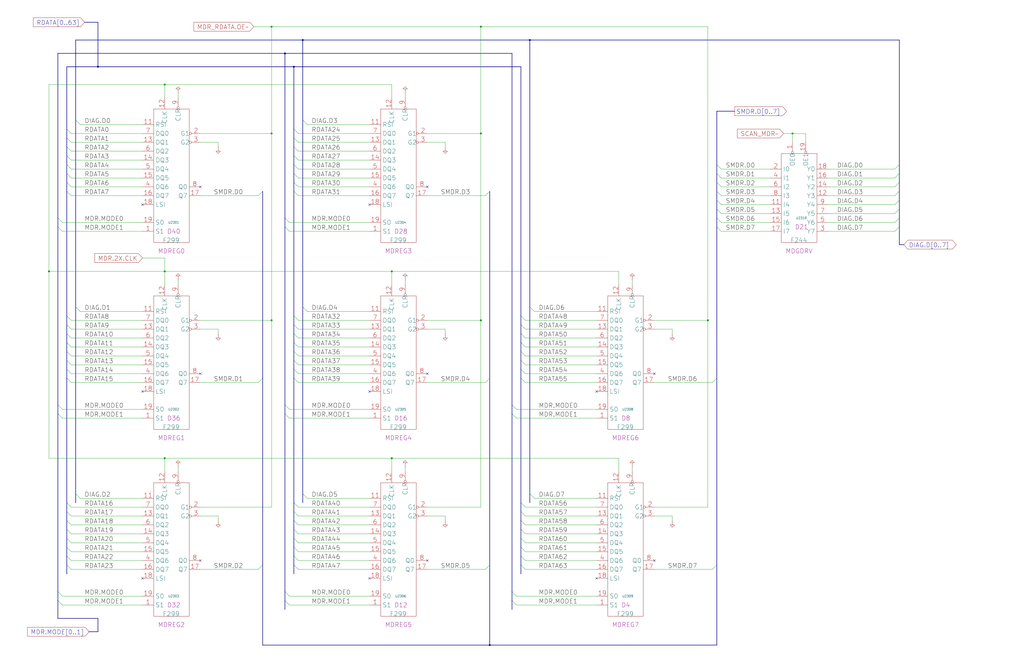
<source format=kicad_sch>
(kicad_sch (version 20250114) (generator "eeschema") (generator_version "9.0")
  (paper "User" 584.2 378.46)
  (title_block (title "MERGE DATA REGISTER") (date "20-MAR-90") (rev "1.0") (comment 1 "FIU") (comment 2 "232-003065") (comment 3 "S400") (comment 4 "RELEASED"))
  (lib_symbols
    (symbol "r1000:F244" (pin_names (offset 1.016))
      (property "Reference" "U" (at 2.54 5.08 0))
      (property "Value" "F244" (at -3.81 -7.62 0))
      (property "Location" "___" (at -1.27 0 0))
      (property "Name" "______" (at 1.27 -15.24 0))
      (symbol "F244_1_1"
        (rectangle (start -8.89 41.91) (end 11.43 -8.89))
        (circle (center -2.54 42.545) (radius 0.635))
        (circle (center 5.08 42.545) (radius 0.635))
        (pin input line (at -15.24 33.02 0) (length 6.35) (name "I0") (number "2"))
        (pin input line (at -15.24 27.94 0) (length 6.35) (name "I1") (number "4"))
        (pin input line (at -15.24 22.86 0) (length 6.35) (name "I2") (number "6"))
        (pin input line (at -15.24 17.78 0) (length 6.35) (name "I3") (number "8"))
        (pin input line (at -15.24 12.7 0) (length 6.35) (name "I4") (number "11"))
        (pin input line (at -15.24 7.62 0) (length 6.35) (name "I5") (number "13"))
        (pin input line (at -15.24 2.54 0) (length 6.35) (name "I6") (number "15"))
        (pin input line (at -15.24 -2.54 0) (length 6.35) (name "I7") (number "17"))
        (pin input line (at -2.54 48.26 270) (length 5.08) (name "OE0") (number "1"))
        (pin input line (at 5.08 48.26 270) (length 5.08) (name "OE1") (number "19"))
        (pin tri_state line (at 17.78 33.02 180) (length 6.35) (name "Y0") (number "18"))
        (pin tri_state line (at 17.78 27.94 180) (length 6.35) (name "Y1") (number "16"))
        (pin tri_state line (at 17.78 22.86 180) (length 6.35) (name "Y2") (number "14"))
        (pin tri_state line (at 17.78 17.78 180) (length 6.35) (name "Y3") (number "12"))
        (pin tri_state line (at 17.78 12.7 180) (length 6.35) (name "Y4") (number "9"))
        (pin tri_state line (at 17.78 7.62 180) (length 6.35) (name "Y5") (number "7"))
        (pin tri_state line (at 17.78 2.54 180) (length 6.35) (name "Y6") (number "5"))
        (pin tri_state line (at 17.78 -2.54 180) (length 6.35) (name "Y7") (number "3"))
      )
    )
    (symbol "r1000:F299" (pin_names (offset 1.016))
      (property "Reference" "U" (at 2.54 5.08 0))
      (property "Value" "F299" (at -3.81 -5.08 0))
      (property "Location" "___" (at -1.27 0 0))
      (property "Name" "______" (at 1.27 -12.7 0))
      (symbol "F299_1_1"
        (rectangle (start -8.89 69.85) (end 11.43 -6.35))
        (circle (center 5.08 70.485) (radius 0.635))
        (circle (center 12.065 55.88) (radius 0.635))
        (circle (center 12.065 50.8) (radius 0.635))
        (pin input line (at -15.24 60.96 0) (length 6.35) (name "RSI") (number "11"))
        (pin bidirectional line (at -15.24 55.88 0) (length 6.35) (name "DQ0") (number "7"))
        (pin bidirectional line (at -15.24 50.8 0) (length 6.35) (name "DQ1") (number "13"))
        (pin bidirectional line (at -15.24 45.72 0) (length 6.35) (name "DQ2") (number "6"))
        (pin bidirectional line (at -15.24 40.64 0) (length 6.35) (name "DQ3") (number "14"))
        (pin bidirectional line (at -15.24 35.56 0) (length 6.35) (name "DQ4") (number "5"))
        (pin bidirectional line (at -15.24 30.48 0) (length 6.35) (name "DQ5") (number "15"))
        (pin bidirectional line (at -15.24 25.4 0) (length 6.35) (name "DQ6") (number "4"))
        (pin bidirectional line (at -15.24 20.32 0) (length 6.35) (name "DQ7") (number "16"))
        (pin input line (at -15.24 15.24 0) (length 6.35) (name "LSI") (number "18"))
        (pin input line (at -15.24 5.08 0) (length 6.35) (name "S0") (number "19"))
        (pin input line (at -15.24 0 0) (length 6.35) (name "S1") (number "1"))
        (pin input line (at -2.54 76.2 270) (length 6.35) (name "CLK") (number "12"))
        (pin input line (at 5.08 76.2 270) (length 5.08) (name "CLR") (number "9"))
        (pin input line (at 17.78 55.88 180) (length 5.08) (name "G1") (number "2"))
        (pin input line (at 17.78 50.8 180) (length 5.08) (name "G2") (number "3"))
        (pin output line (at 17.78 25.4 180) (length 6.35) (name "Q0") (number "8"))
        (pin output line (at 17.78 20.32 180) (length 6.35) (name "Q7") (number "17"))
      )
    )
    (symbol "r1000:PD" (power) (pin_numbers (hide yes)) (pin_names (hide yes)) (in_bom no)
      (symbol "PD_0_1"
        (polyline (pts (xy 0 -2.54) (xy 1.27 -2.54) (xy 0 -3.81) (xy -1.27 -2.54) (xy 0 -2.54)) (stroke (width 0.1524)))
      )
      (symbol "PD_1_1"
        (pin power_in line (at 0 0 270) (length 2.54) (name "PD") (number "1"))
      )
    )
    (symbol "r1000:PU" (power) (pin_numbers (hide yes)) (pin_names (hide yes))
      (symbol "PU_0_1"
        (polyline (pts (xy 0 2.54) (xy -1.27 2.54) (xy 0 3.81) (xy 1.27 2.54) (xy 0 2.54)) (stroke (width 0.1524)))
      )
      (symbol "PU_1_1"
        (pin power_in line (at 0 0 90) (length 2.54) (name "PU") (number "1"))
      )
    )
  )
  (junction (at 403.86 182.88))
  (junction (at 93.98 48.26))
  (junction (at 154.94 15.24))
  (junction (at 55.88 38.1))
  (junction (at 172.72 22.86))
  (junction (at 279.4 368.3))
  (junction (at 223.52 261.62))
  (junction (at 274.32 76.2))
  (junction (at 93.98 261.62))
  (junction (at 167.64 38.1))
  (junction (at 93.98 154.94))
  (junction (at 162.56 30.48))
  (junction (at 223.52 154.94))
  (junction (at 274.32 182.88))
  (junction (at 154.94 182.88))
  (junction (at 302.26 22.86))
  (junction (at 154.94 76.2))
  (junction (at 452.12 76.2))
  (junction (at 27.94 154.94))
  (junction (at 274.32 15.24))
  (no_connect (at 114.3 213.36))
  (no_connect (at 340.36 223.52))
  (no_connect (at 373.38 213.36))
  (no_connect (at 243.84 106.68))
  (no_connect (at 373.38 320.04))
  (no_connect (at 210.82 330.2))
  (no_connect (at 81.28 330.2))
  (no_connect (at 340.36 330.2))
  (no_connect (at 210.82 116.84))
  (no_connect (at 81.28 223.52))
  (no_connect (at 243.84 213.36))
  (no_connect (at 210.82 223.52))
  (no_connect (at 114.3 106.68))
  (no_connect (at 114.3 320.04))
  (no_connect (at 81.28 116.84))
  (no_connect (at 243.84 320.04))
  (bus_entry (at 167.64 322.58) (size 2.54 2.54))
  (bus_entry (at 167.64 88.9) (size 2.54 2.54))
  (bus_entry (at 408.94 129.54) (size 2.54 2.54))
  (bus_entry (at 38.1 78.74) (size 2.54 2.54))
  (bus_entry (at 38.1 292.1) (size 2.54 2.54))
  (bus_entry (at 513.08 129.54) (size -2.54 2.54))
  (bus_entry (at 38.1 190.5) (size 2.54 2.54))
  (bus_entry (at 167.64 73.66) (size 2.54 2.54))
  (bus_entry (at 172.72 281.94) (size 2.54 2.54))
  (bus_entry (at 167.64 93.98) (size 2.54 2.54))
  (bus_entry (at 38.1 93.98) (size 2.54 2.54))
  (bus_entry (at 172.72 68.58) (size 2.54 2.54))
  (bus_entry (at 297.18 205.74) (size 2.54 2.54))
  (bus_entry (at 167.64 104.14) (size 2.54 2.54))
  (bus_entry (at 167.64 292.1) (size 2.54 2.54))
  (bus_entry (at 167.64 180.34) (size 2.54 2.54))
  (bus_entry (at 38.1 104.14) (size 2.54 2.54))
  (bus_entry (at 297.18 180.34) (size 2.54 2.54))
  (bus_entry (at 408.94 215.9) (size -2.54 2.54))
  (bus_entry (at 408.94 114.3) (size 2.54 2.54))
  (bus_entry (at 297.18 307.34) (size 2.54 2.54))
  (bus_entry (at 162.56 337.82) (size 2.54 2.54))
  (bus_entry (at 408.94 109.22) (size 2.54 2.54))
  (bus_entry (at 162.56 236.22) (size 2.54 2.54))
  (bus_entry (at 297.18 317.5) (size 2.54 2.54))
  (bus_entry (at 38.1 195.58) (size 2.54 2.54))
  (bus_entry (at 167.64 109.22) (size 2.54 2.54))
  (bus_entry (at 297.18 297.18) (size 2.54 2.54))
  (bus_entry (at 513.08 99.06) (size -2.54 2.54))
  (bus_entry (at 279.4 322.58) (size -2.54 2.54))
  (bus_entry (at 38.1 322.58) (size 2.54 2.54))
  (bus_entry (at 408.94 93.98) (size 2.54 2.54))
  (bus_entry (at 38.1 205.74) (size 2.54 2.54))
  (bus_entry (at 297.18 215.9) (size 2.54 2.54))
  (bus_entry (at 43.18 68.58) (size 2.54 2.54))
  (bus_entry (at 513.08 119.38) (size -2.54 2.54))
  (bus_entry (at 167.64 195.58) (size 2.54 2.54))
  (bus_entry (at 167.64 185.42) (size 2.54 2.54))
  (bus_entry (at 38.1 185.42) (size 2.54 2.54))
  (bus_entry (at 167.64 317.5) (size 2.54 2.54))
  (bus_entry (at 38.1 200.66) (size 2.54 2.54))
  (bus_entry (at 38.1 83.82) (size 2.54 2.54))
  (bus_entry (at 297.18 322.58) (size 2.54 2.54))
  (bus_entry (at 292.1 231.14) (size 2.54 2.54))
  (bus_entry (at 162.56 342.9) (size 2.54 2.54))
  (bus_entry (at 38.1 215.9) (size 2.54 2.54))
  (bus_entry (at 297.18 200.66) (size 2.54 2.54))
  (bus_entry (at 33.02 342.9) (size 2.54 2.54))
  (bus_entry (at 167.64 307.34) (size 2.54 2.54))
  (bus_entry (at 149.86 322.58) (size -2.54 2.54))
  (bus_entry (at 297.18 190.5) (size 2.54 2.54))
  (bus_entry (at 167.64 205.74) (size 2.54 2.54))
  (bus_entry (at 33.02 231.14) (size 2.54 2.54))
  (bus_entry (at 297.18 185.42) (size 2.54 2.54))
  (bus_entry (at 38.1 99.06) (size 2.54 2.54))
  (bus_entry (at 408.94 119.38) (size 2.54 2.54))
  (bus_entry (at 38.1 210.82) (size 2.54 2.54))
  (bus_entry (at 167.64 78.74) (size 2.54 2.54))
  (bus_entry (at 33.02 124.46) (size 2.54 2.54))
  (bus_entry (at 408.94 124.46) (size 2.54 2.54))
  (bus_entry (at 279.4 109.22) (size -2.54 2.54))
  (bus_entry (at 38.1 109.22) (size 2.54 2.54))
  (bus_entry (at 408.94 99.06) (size 2.54 2.54))
  (bus_entry (at 297.18 292.1) (size 2.54 2.54))
  (bus_entry (at 302.26 281.94) (size 2.54 2.54))
  (bus_entry (at 38.1 180.34) (size 2.54 2.54))
  (bus_entry (at 408.94 104.14) (size 2.54 2.54))
  (bus_entry (at 513.08 114.3) (size -2.54 2.54))
  (bus_entry (at 167.64 210.82) (size 2.54 2.54))
  (bus_entry (at 38.1 287.02) (size 2.54 2.54))
  (bus_entry (at 167.64 190.5) (size 2.54 2.54))
  (bus_entry (at 38.1 317.5) (size 2.54 2.54))
  (bus_entry (at 38.1 73.66) (size 2.54 2.54))
  (bus_entry (at 513.08 109.22) (size -2.54 2.54))
  (bus_entry (at 33.02 129.54) (size 2.54 2.54))
  (bus_entry (at 297.18 287.02) (size 2.54 2.54))
  (bus_entry (at 408.94 322.58) (size -2.54 2.54))
  (bus_entry (at 297.18 312.42) (size 2.54 2.54))
  (bus_entry (at 167.64 215.9) (size 2.54 2.54))
  (bus_entry (at 297.18 210.82) (size 2.54 2.54))
  (bus_entry (at 513.08 104.14) (size -2.54 2.54))
  (bus_entry (at 167.64 200.66) (size 2.54 2.54))
  (bus_entry (at 167.64 297.18) (size 2.54 2.54))
  (bus_entry (at 38.1 297.18) (size 2.54 2.54))
  (bus_entry (at 43.18 175.26) (size 2.54 2.54))
  (bus_entry (at 33.02 236.22) (size 2.54 2.54))
  (bus_entry (at 513.08 124.46) (size -2.54 2.54))
  (bus_entry (at 167.64 312.42) (size 2.54 2.54))
  (bus_entry (at 162.56 124.46) (size 2.54 2.54))
  (bus_entry (at 167.64 99.06) (size 2.54 2.54))
  (bus_entry (at 172.72 175.26) (size 2.54 2.54))
  (bus_entry (at 162.56 231.14) (size 2.54 2.54))
  (bus_entry (at 167.64 302.26) (size 2.54 2.54))
  (bus_entry (at 38.1 302.26) (size 2.54 2.54))
  (bus_entry (at 33.02 337.82) (size 2.54 2.54))
  (bus_entry (at 162.56 129.54) (size 2.54 2.54))
  (bus_entry (at 38.1 312.42) (size 2.54 2.54))
  (bus_entry (at 149.86 109.22) (size -2.54 2.54))
  (bus_entry (at 513.08 93.98) (size -2.54 2.54))
  (bus_entry (at 167.64 287.02) (size 2.54 2.54))
  (bus_entry (at 302.26 175.26) (size 2.54 2.54))
  (bus_entry (at 38.1 307.34) (size 2.54 2.54))
  (bus_entry (at 167.64 83.82) (size 2.54 2.54))
  (bus_entry (at 297.18 302.26) (size 2.54 2.54))
  (bus_entry (at 43.18 281.94) (size 2.54 2.54))
  (bus_entry (at 292.1 342.9) (size 2.54 2.54))
  (bus_entry (at 149.86 215.9) (size -2.54 2.54))
  (bus_entry (at 292.1 236.22) (size 2.54 2.54))
  (bus_entry (at 279.4 215.9) (size -2.54 2.54))
  (bus_entry (at 297.18 195.58) (size 2.54 2.54))
  (bus_entry (at 38.1 88.9) (size 2.54 2.54))
  (bus_entry (at 292.1 337.82) (size 2.54 2.54))
  (bus (pts (xy 162.56 129.54) (xy 162.56 231.14)))
  (bus (pts (xy 513.08 93.98) (xy 513.08 99.06)))
  (bus (pts (xy 162.56 30.48) (xy 162.56 124.46)))
  (bus (pts (xy 292.1 236.22) (xy 292.1 337.82)))
  (wire (pts (xy 383.54 187.96) (xy 383.54 190.5)))
  (wire (pts (xy 114.3 289.56) (xy 154.94 289.56)))
  (bus (pts (xy 297.18 185.42) (xy 297.18 190.5)))
  (wire (pts (xy 165.1 132.08) (xy 210.82 132.08)))
  (wire (pts (xy 170.18 314.96) (xy 210.82 314.96)))
  (bus (pts (xy 162.56 337.82) (xy 162.56 342.9)))
  (wire (pts (xy 299.72 198.12) (xy 340.36 198.12)))
  (bus (pts (xy 38.1 104.14) (xy 38.1 109.22)))
  (wire (pts (xy 383.54 294.64) (xy 383.54 297.18)))
  (wire (pts (xy 114.3 76.2) (xy 154.94 76.2)))
  (bus (pts (xy 408.94 63.5) (xy 408.94 93.98)))
  (bus (pts (xy 38.1 109.22) (xy 38.1 180.34)))
  (bus (pts (xy 167.64 93.98) (xy 167.64 99.06)))
  (wire (pts (xy 40.64 91.44) (xy 81.28 91.44)))
  (wire (pts (xy 40.64 193.04) (xy 81.28 193.04)))
  (wire (pts (xy 165.1 238.76) (xy 210.82 238.76)))
  (bus (pts (xy 297.18 287.02) (xy 297.18 292.1)))
  (wire (pts (xy 360.68 266.7) (xy 360.68 269.24)))
  (wire (pts (xy 243.84 182.88) (xy 274.32 182.88)))
  (wire (pts (xy 40.64 294.64) (xy 81.28 294.64)))
  (wire (pts (xy 170.18 289.56) (xy 210.82 289.56)))
  (bus (pts (xy 43.18 175.26) (xy 43.18 281.94)))
  (wire (pts (xy 93.98 147.32) (xy 93.98 154.94)))
  (bus (pts (xy 167.64 73.66) (xy 167.64 78.74)))
  (wire (pts (xy 274.32 15.24) (xy 403.86 15.24)))
  (wire (pts (xy 223.52 154.94) (xy 223.52 162.56)))
  (wire (pts (xy 154.94 15.24) (xy 274.32 15.24)))
  (wire (pts (xy 231.14 160.02) (xy 231.14 162.56)))
  (bus (pts (xy 167.64 322.58) (xy 167.64 327.66)))
  (wire (pts (xy 411.48 101.6) (xy 439.42 101.6)))
  (bus (pts (xy 167.64 185.42) (xy 167.64 190.5)))
  (wire (pts (xy 170.18 299.72) (xy 210.82 299.72)))
  (wire (pts (xy 294.64 233.68) (xy 340.36 233.68)))
  (wire (pts (xy 299.72 193.04) (xy 340.36 193.04)))
  (bus (pts (xy 292.1 231.14) (xy 292.1 236.22)))
  (wire (pts (xy 124.46 81.28) (xy 124.46 83.82)))
  (wire (pts (xy 35.56 345.44) (xy 81.28 345.44)))
  (bus (pts (xy 149.86 368.3) (xy 279.4 368.3)))
  (bus (pts (xy 38.1 88.9) (xy 38.1 93.98)))
  (wire (pts (xy 403.86 182.88) (xy 403.86 289.56)))
  (wire (pts (xy 114.3 325.12) (xy 147.32 325.12)))
  (bus (pts (xy 33.02 236.22) (xy 33.02 337.82)))
  (wire (pts (xy 243.84 111.76) (xy 276.86 111.76)))
  (wire (pts (xy 114.3 182.88) (xy 154.94 182.88)))
  (wire (pts (xy 274.32 182.88) (xy 274.32 289.56)))
  (wire (pts (xy 299.72 213.36) (xy 340.36 213.36)))
  (bus (pts (xy 43.18 22.86) (xy 43.18 68.58)))
  (bus (pts (xy 167.64 195.58) (xy 167.64 200.66)))
  (bus (pts (xy 162.56 124.46) (xy 162.56 129.54)))
  (bus (pts (xy 149.86 322.58) (xy 149.86 368.3)))
  (wire (pts (xy 403.86 15.24) (xy 403.86 182.88)))
  (bus (pts (xy 48.26 12.7) (xy 55.88 12.7)))
  (bus (pts (xy 408.94 99.06) (xy 408.94 104.14)))
  (bus (pts (xy 408.94 109.22) (xy 408.94 114.3)))
  (wire (pts (xy 170.18 76.2) (xy 210.82 76.2)))
  (bus (pts (xy 167.64 317.5) (xy 167.64 322.58)))
  (wire (pts (xy 223.52 261.62) (xy 223.52 269.24)))
  (bus (pts (xy 33.02 30.48) (xy 162.56 30.48)))
  (wire (pts (xy 170.18 309.88) (xy 210.82 309.88)))
  (wire (pts (xy 40.64 304.8) (xy 81.28 304.8)))
  (wire (pts (xy 40.64 325.12) (xy 81.28 325.12)))
  (wire (pts (xy 114.3 294.64) (xy 124.46 294.64)))
  (wire (pts (xy 170.18 325.12) (xy 210.82 325.12)))
  (wire (pts (xy 452.12 76.2) (xy 447.04 76.2)))
  (bus (pts (xy 297.18 322.58) (xy 297.18 327.66)))
  (wire (pts (xy 170.18 193.04) (xy 210.82 193.04)))
  (bus (pts (xy 167.64 215.9) (xy 167.64 287.02)))
  (wire (pts (xy 472.44 116.84) (xy 510.54 116.84)))
  (wire (pts (xy 40.64 299.72) (xy 81.28 299.72)))
  (wire (pts (xy 114.3 218.44) (xy 147.32 218.44)))
  (wire (pts (xy 304.8 177.8) (xy 340.36 177.8)))
  (bus (pts (xy 38.1 205.74) (xy 38.1 210.82)))
  (bus (pts (xy 43.18 22.86) (xy 172.72 22.86)))
  (wire (pts (xy 459.74 76.2) (xy 452.12 76.2)))
  (bus (pts (xy 408.94 322.58) (xy 408.94 368.3)))
  (wire (pts (xy 472.44 127) (xy 510.54 127)))
  (bus (pts (xy 167.64 312.42) (xy 167.64 317.5)))
  (bus (pts (xy 515.62 139.7) (xy 513.08 139.7)))
  (bus (pts (xy 167.64 210.82) (xy 167.64 215.9)))
  (wire (pts (xy 93.98 154.94) (xy 27.94 154.94)))
  (wire (pts (xy 170.18 304.8) (xy 210.82 304.8)))
  (wire (pts (xy 170.18 111.76) (xy 210.82 111.76)))
  (wire (pts (xy 170.18 320.04) (xy 210.82 320.04)))
  (wire (pts (xy 373.38 218.44) (xy 406.4 218.44)))
  (wire (pts (xy 40.64 76.2) (xy 81.28 76.2)))
  (bus (pts (xy 408.94 119.38) (xy 408.94 124.46)))
  (wire (pts (xy 223.52 48.26) (xy 223.52 55.88)))
  (bus (pts (xy 38.1 73.66) (xy 38.1 78.74)))
  (wire (pts (xy 411.48 132.08) (xy 439.42 132.08)))
  (bus (pts (xy 167.64 297.18) (xy 167.64 302.26)))
  (bus (pts (xy 38.1 83.82) (xy 38.1 88.9)))
  (wire (pts (xy 299.72 320.04) (xy 340.36 320.04)))
  (bus (pts (xy 167.64 190.5) (xy 167.64 195.58)))
  (bus (pts (xy 33.02 337.82) (xy 33.02 342.9)))
  (bus (pts (xy 513.08 99.06) (xy 513.08 104.14)))
  (wire (pts (xy 170.18 213.36) (xy 210.82 213.36)))
  (bus (pts (xy 38.1 78.74) (xy 38.1 83.82)))
  (bus (pts (xy 167.64 83.82) (xy 167.64 88.9)))
  (bus (pts (xy 38.1 312.42) (xy 38.1 317.5)))
  (bus (pts (xy 38.1 195.58) (xy 38.1 200.66)))
  (wire (pts (xy 165.1 233.68) (xy 210.82 233.68)))
  (wire (pts (xy 472.44 132.08) (xy 510.54 132.08)))
  (bus (pts (xy 408.94 104.14) (xy 408.94 109.22)))
  (bus (pts (xy 167.64 88.9) (xy 167.64 93.98)))
  (wire (pts (xy 472.44 96.52) (xy 510.54 96.52)))
  (wire (pts (xy 243.84 187.96) (xy 254 187.96)))
  (wire (pts (xy 170.18 208.28) (xy 210.82 208.28)))
  (wire (pts (xy 27.94 154.94) (xy 27.94 48.26)))
  (bus (pts (xy 279.4 215.9) (xy 279.4 322.58)))
  (wire (pts (xy 165.1 340.36) (xy 210.82 340.36)))
  (bus (pts (xy 172.72 68.58) (xy 172.72 175.26)))
  (bus (pts (xy 292.1 337.82) (xy 292.1 342.9)))
  (bus (pts (xy 38.1 297.18) (xy 38.1 302.26)))
  (wire (pts (xy 294.64 340.36) (xy 340.36 340.36)))
  (wire (pts (xy 274.32 76.2) (xy 274.32 182.88)))
  (wire (pts (xy 165.1 127) (xy 210.82 127)))
  (bus (pts (xy 513.08 129.54) (xy 513.08 139.7)))
  (wire (pts (xy 243.84 76.2) (xy 274.32 76.2)))
  (bus (pts (xy 33.02 231.14) (xy 33.02 236.22)))
  (wire (pts (xy 243.84 325.12) (xy 276.86 325.12)))
  (bus (pts (xy 38.1 38.1) (xy 55.88 38.1)))
  (bus (pts (xy 513.08 104.14) (xy 513.08 109.22)))
  (wire (pts (xy 299.72 182.88) (xy 340.36 182.88)))
  (bus (pts (xy 408.94 124.46) (xy 408.94 129.54)))
  (bus (pts (xy 33.02 124.46) (xy 33.02 129.54)))
  (bus (pts (xy 297.18 292.1) (xy 297.18 297.18)))
  (wire (pts (xy 35.56 132.08) (xy 81.28 132.08)))
  (bus (pts (xy 55.88 360.68) (xy 55.88 353.06)))
  (wire (pts (xy 27.94 261.62) (xy 93.98 261.62)))
  (wire (pts (xy 40.64 289.56) (xy 81.28 289.56)))
  (wire (pts (xy 45.72 71.12) (xy 81.28 71.12)))
  (bus (pts (xy 513.08 119.38) (xy 513.08 124.46)))
  (wire (pts (xy 154.94 289.56) (xy 154.94 182.88)))
  (wire (pts (xy 175.26 177.8) (xy 210.82 177.8)))
  (bus (pts (xy 38.1 292.1) (xy 38.1 297.18)))
  (wire (pts (xy 45.72 177.8) (xy 81.28 177.8)))
  (wire (pts (xy 101.6 53.34) (xy 101.6 55.88)))
  (wire (pts (xy 373.38 182.88) (xy 403.86 182.88)))
  (wire (pts (xy 81.28 147.32) (xy 93.98 147.32)))
  (wire (pts (xy 124.46 294.64) (xy 124.46 297.18)))
  (wire (pts (xy 93.98 261.62) (xy 223.52 261.62)))
  (wire (pts (xy 170.18 86.36) (xy 210.82 86.36)))
  (bus (pts (xy 33.02 129.54) (xy 33.02 231.14)))
  (bus (pts (xy 297.18 200.66) (xy 297.18 205.74)))
  (bus (pts (xy 513.08 109.22) (xy 513.08 114.3)))
  (bus (pts (xy 172.72 175.26) (xy 172.72 281.94)))
  (wire (pts (xy 299.72 187.96) (xy 340.36 187.96)))
  (wire (pts (xy 411.48 106.68) (xy 439.42 106.68)))
  (bus (pts (xy 167.64 302.26) (xy 167.64 307.34)))
  (wire (pts (xy 254 187.96) (xy 254 190.5)))
  (wire (pts (xy 299.72 218.44) (xy 340.36 218.44)))
  (wire (pts (xy 40.64 101.6) (xy 81.28 101.6)))
  (bus (pts (xy 38.1 38.1) (xy 38.1 73.66)))
  (bus (pts (xy 55.88 12.7) (xy 55.88 38.1)))
  (wire (pts (xy 27.94 261.62) (xy 27.94 154.94)))
  (bus (pts (xy 167.64 38.1) (xy 297.18 38.1)))
  (wire (pts (xy 40.64 208.28) (xy 81.28 208.28)))
  (bus (pts (xy 167.64 38.1) (xy 167.64 73.66)))
  (bus (pts (xy 167.64 180.34) (xy 167.64 185.42)))
  (bus (pts (xy 513.08 124.46) (xy 513.08 129.54)))
  (bus (pts (xy 33.02 342.9) (xy 33.02 353.06)))
  (wire (pts (xy 304.8 284.48) (xy 340.36 284.48)))
  (bus (pts (xy 43.18 281.94) (xy 43.18 287.02)))
  (wire (pts (xy 114.3 81.28) (xy 124.46 81.28)))
  (wire (pts (xy 459.74 81.28) (xy 459.74 76.2)))
  (bus (pts (xy 38.1 317.5) (xy 38.1 322.58)))
  (wire (pts (xy 35.56 238.76) (xy 81.28 238.76)))
  (bus (pts (xy 167.64 200.66) (xy 167.64 205.74)))
  (bus (pts (xy 162.56 30.48) (xy 292.1 30.48)))
  (bus (pts (xy 513.08 22.86) (xy 302.26 22.86)))
  (wire (pts (xy 472.44 111.76) (xy 510.54 111.76)))
  (wire (pts (xy 299.72 314.96) (xy 340.36 314.96)))
  (wire (pts (xy 35.56 127) (xy 81.28 127)))
  (bus (pts (xy 55.88 38.1) (xy 167.64 38.1)))
  (wire (pts (xy 40.64 314.96) (xy 81.28 314.96)))
  (bus (pts (xy 292.1 342.9) (xy 292.1 347.98)))
  (bus (pts (xy 408.94 215.9) (xy 408.94 322.58)))
  (wire (pts (xy 40.64 203.2) (xy 81.28 203.2)))
  (wire (pts (xy 411.48 127) (xy 439.42 127)))
  (wire (pts (xy 45.72 284.48) (xy 81.28 284.48)))
  (wire (pts (xy 411.48 116.84) (xy 439.42 116.84)))
  (bus (pts (xy 297.18 317.5) (xy 297.18 322.58)))
  (wire (pts (xy 175.26 71.12) (xy 210.82 71.12)))
  (bus (pts (xy 172.72 281.94) (xy 172.72 287.02)))
  (bus (pts (xy 408.94 114.3) (xy 408.94 119.38)))
  (bus (pts (xy 38.1 322.58) (xy 38.1 327.66)))
  (bus (pts (xy 33.02 30.48) (xy 33.02 124.46)))
  (wire (pts (xy 472.44 106.68) (xy 510.54 106.68)))
  (wire (pts (xy 40.64 96.52) (xy 81.28 96.52)))
  (bus (pts (xy 38.1 185.42) (xy 38.1 190.5)))
  (bus (pts (xy 297.18 215.9) (xy 297.18 287.02)))
  (bus (pts (xy 38.1 307.34) (xy 38.1 312.42)))
  (wire (pts (xy 154.94 76.2) (xy 154.94 15.24)))
  (wire (pts (xy 93.98 48.26) (xy 223.52 48.26)))
  (bus (pts (xy 167.64 287.02) (xy 167.64 292.1)))
  (wire (pts (xy 40.64 111.76) (xy 81.28 111.76)))
  (wire (pts (xy 175.26 284.48) (xy 210.82 284.48)))
  (bus (pts (xy 167.64 109.22) (xy 167.64 180.34)))
  (bus (pts (xy 172.72 22.86) (xy 302.26 22.86)))
  (wire (pts (xy 124.46 187.96) (xy 124.46 190.5)))
  (bus (pts (xy 302.26 22.86) (xy 302.26 175.26)))
  (bus (pts (xy 408.94 93.98) (xy 408.94 99.06)))
  (wire (pts (xy 243.84 294.64) (xy 254 294.64)))
  (bus (pts (xy 162.56 236.22) (xy 162.56 337.82)))
  (bus (pts (xy 149.86 109.22) (xy 149.86 215.9)))
  (wire (pts (xy 93.98 154.94) (xy 93.98 162.56)))
  (wire (pts (xy 360.68 160.02) (xy 360.68 162.56)))
  (wire (pts (xy 231.14 53.34) (xy 231.14 55.88)))
  (wire (pts (xy 403.86 289.56) (xy 373.38 289.56)))
  (wire (pts (xy 170.18 182.88) (xy 210.82 182.88)))
  (wire (pts (xy 170.18 96.52) (xy 210.82 96.52)))
  (wire (pts (xy 294.64 345.44) (xy 340.36 345.44)))
  (wire (pts (xy 170.18 203.2) (xy 210.82 203.2)))
  (bus (pts (xy 162.56 231.14) (xy 162.56 236.22)))
  (wire (pts (xy 299.72 289.56) (xy 340.36 289.56)))
  (wire (pts (xy 40.64 309.88) (xy 81.28 309.88)))
  (wire (pts (xy 93.98 269.24) (xy 93.98 261.62)))
  (bus (pts (xy 38.1 200.66) (xy 38.1 205.74)))
  (bus (pts (xy 38.1 180.34) (xy 38.1 185.42)))
  (bus (pts (xy 513.08 114.3) (xy 513.08 119.38)))
  (wire (pts (xy 35.56 340.36) (xy 81.28 340.36)))
  (wire (pts (xy 411.48 121.92) (xy 439.42 121.92)))
  (wire (pts (xy 40.64 81.28) (xy 81.28 81.28)))
  (wire (pts (xy 40.64 86.36) (xy 81.28 86.36)))
  (bus (pts (xy 513.08 22.86) (xy 513.08 93.98)))
  (wire (pts (xy 223.52 154.94) (xy 93.98 154.94)))
  (wire (pts (xy 299.72 294.64) (xy 340.36 294.64)))
  (bus (pts (xy 38.1 302.26) (xy 38.1 307.34)))
  (wire (pts (xy 353.06 162.56) (xy 353.06 154.94)))
  (bus (pts (xy 279.4 322.58) (xy 279.4 368.3)))
  (wire (pts (xy 243.84 218.44) (xy 276.86 218.44)))
  (bus (pts (xy 297.18 205.74) (xy 297.18 210.82)))
  (wire (pts (xy 40.64 106.68) (xy 81.28 106.68)))
  (bus (pts (xy 302.26 281.94) (xy 302.26 287.02)))
  (wire (pts (xy 452.12 76.2) (xy 452.12 81.28)))
  (bus (pts (xy 297.18 297.18) (xy 297.18 302.26)))
  (wire (pts (xy 170.18 81.28) (xy 210.82 81.28)))
  (wire (pts (xy 299.72 304.8) (xy 340.36 304.8)))
  (wire (pts (xy 170.18 187.96) (xy 210.82 187.96)))
  (bus (pts (xy 38.1 210.82) (xy 38.1 215.9)))
  (wire (pts (xy 472.44 101.6) (xy 510.54 101.6)))
  (wire (pts (xy 243.84 81.28) (xy 254 81.28)))
  (wire (pts (xy 373.38 187.96) (xy 383.54 187.96)))
  (wire (pts (xy 114.3 111.76) (xy 147.32 111.76)))
  (wire (pts (xy 274.32 15.24) (xy 274.32 76.2)))
  (bus (pts (xy 408.94 129.54) (xy 408.94 215.9)))
  (bus (pts (xy 297.18 190.5) (xy 297.18 195.58)))
  (bus (pts (xy 167.64 99.06) (xy 167.64 104.14)))
  (bus (pts (xy 297.18 195.58) (xy 297.18 200.66)))
  (wire (pts (xy 40.64 187.96) (xy 81.28 187.96)))
  (bus (pts (xy 167.64 78.74) (xy 167.64 83.82)))
  (wire (pts (xy 231.14 266.7) (xy 231.14 269.24)))
  (wire (pts (xy 154.94 182.88) (xy 154.94 76.2)))
  (bus (pts (xy 162.56 342.9) (xy 162.56 347.98)))
  (wire (pts (xy 223.52 261.62) (xy 353.06 261.62)))
  (wire (pts (xy 114.3 187.96) (xy 124.46 187.96)))
  (wire (pts (xy 243.84 289.56) (xy 274.32 289.56)))
  (bus (pts (xy 292.1 30.48) (xy 292.1 231.14)))
  (wire (pts (xy 254 81.28) (xy 254 83.82)))
  (wire (pts (xy 40.64 218.44) (xy 81.28 218.44)))
  (wire (pts (xy 170.18 294.64) (xy 210.82 294.64)))
  (bus (pts (xy 38.1 190.5) (xy 38.1 195.58)))
  (wire (pts (xy 170.18 91.44) (xy 210.82 91.44)))
  (bus (pts (xy 38.1 215.9) (xy 38.1 287.02)))
  (wire (pts (xy 144.78 15.24) (xy 154.94 15.24)))
  (wire (pts (xy 27.94 48.26) (xy 93.98 48.26)))
  (wire (pts (xy 101.6 266.7) (xy 101.6 269.24)))
  (wire (pts (xy 40.64 213.36) (xy 81.28 213.36)))
  (bus (pts (xy 149.86 215.9) (xy 149.86 322.58)))
  (wire (pts (xy 299.72 325.12) (xy 340.36 325.12)))
  (bus (pts (xy 297.18 312.42) (xy 297.18 317.5)))
  (bus (pts (xy 279.4 368.3) (xy 408.94 368.3)))
  (wire (pts (xy 472.44 121.92) (xy 510.54 121.92)))
  (bus (pts (xy 38.1 93.98) (xy 38.1 99.06)))
  (wire (pts (xy 353.06 261.62) (xy 353.06 269.24)))
  (wire (pts (xy 299.72 309.88) (xy 340.36 309.88)))
  (wire (pts (xy 411.48 96.52) (xy 439.42 96.52)))
  (wire (pts (xy 40.64 198.12) (xy 81.28 198.12)))
  (bus (pts (xy 297.18 210.82) (xy 297.18 215.9)))
  (bus (pts (xy 279.4 109.22) (xy 279.4 215.9)))
  (bus (pts (xy 43.18 68.58) (xy 43.18 175.26)))
  (wire (pts (xy 411.48 111.76) (xy 439.42 111.76)))
  (wire (pts (xy 353.06 154.94) (xy 223.52 154.94)))
  (wire (pts (xy 40.64 182.88) (xy 81.28 182.88)))
  (bus (pts (xy 167.64 205.74) (xy 167.64 210.82)))
  (bus (pts (xy 297.18 307.34) (xy 297.18 312.42)))
  (wire (pts (xy 254 294.64) (xy 254 297.18)))
  (wire (pts (xy 40.64 320.04) (xy 81.28 320.04)))
  (bus (pts (xy 167.64 292.1) (xy 167.64 297.18)))
  (bus (pts (xy 55.88 353.06) (xy 33.02 353.06)))
  (bus (pts (xy 38.1 287.02) (xy 38.1 292.1)))
  (bus (pts (xy 172.72 22.86) (xy 172.72 68.58)))
  (bus (pts (xy 38.1 99.06) (xy 38.1 104.14)))
  (wire (pts (xy 299.72 208.28) (xy 340.36 208.28)))
  (wire (pts (xy 101.6 160.02) (xy 101.6 162.56)))
  (bus (pts (xy 297.18 38.1) (xy 297.18 180.34)))
  (bus (pts (xy 167.64 307.34) (xy 167.64 312.42)))
  (bus (pts (xy 297.18 302.26) (xy 297.18 307.34)))
  (bus (pts (xy 167.64 104.14) (xy 167.64 109.22)))
  (wire (pts (xy 170.18 101.6) (xy 210.82 101.6)))
  (wire (pts (xy 93.98 48.26) (xy 93.98 55.88)))
  (wire (pts (xy 299.72 299.72) (xy 340.36 299.72)))
  (bus (pts (xy 297.18 180.34) (xy 297.18 185.42)))
  (wire (pts (xy 170.18 198.12) (xy 210.82 198.12)))
  (bus (pts (xy 50.8 360.68) (xy 55.88 360.68)))
  (wire (pts (xy 299.72 203.2) (xy 340.36 203.2)))
  (wire (pts (xy 35.56 233.68) (xy 81.28 233.68)))
  (wire (pts (xy 373.38 325.12) (xy 406.4 325.12)))
  (wire (pts (xy 165.1 345.44) (xy 210.82 345.44)))
  (wire (pts (xy 170.18 218.44) (xy 210.82 218.44)))
  (bus (pts (xy 302.26 175.26) (xy 302.26 281.94)))
  (wire (pts (xy 294.64 238.76) (xy 340.36 238.76)))
  (bus (pts (xy 408.94 63.5) (xy 419.1 63.5)))
  (wire (pts (xy 170.18 106.68) (xy 210.82 106.68)))
  (wire (pts (xy 373.38 294.64) (xy 383.54 294.64)))
  (label "RDATA14" (at 48.26 213.36 0) (effects (font (size 2.54 2.54))))
  (label "DIAG.D5" (at 177.8 284.48 0) (effects (font (size 2.54 2.54))))
  (label "DIAG.D0" (at 477.52 96.52 0) (effects (font (size 2.54 2.54))))
  (label "DIAG.D2" (at 48.26 284.48 0) (effects (font (size 2.54 2.54))))
  (label "RDATA37" (at 177.8 208.28 0) (effects (font (size 2.54 2.54))))
  (label "MDR.MODE1" (at 177.8 132.08 0) (effects (font (size 2.54 2.54))))
  (label "RDATA51" (at 307.34 198.12 0) (effects (font (size 2.54 2.54))))
  (label "SMDR.D6" (at 414.02 127 0) (effects (font (size 2.54 2.54))))
  (label "RDATA44" (at 177.8 309.88 0) (effects (font (size 2.54 2.54))))
  (label "RDATA13" (at 48.26 208.28 0) (effects (font (size 2.54 2.54))))
  (label "RDATA48" (at 307.34 182.88 0) (effects (font (size 2.54 2.54))))
  (label "DIAG.D4" (at 477.52 116.84 0) (effects (font (size 2.54 2.54))))
  (label "DIAG.D6" (at 307.34 177.8 0) (effects (font (size 2.54 2.54))))
  (label "RDATA2" (at 48.26 86.36 0) (effects (font (size 2.54 2.54))))
  (label "RDATA25" (at 177.8 81.28 0) (effects (font (size 2.54 2.54))))
  (label "SMDR.D2" (at 121.92 325.12 0) (effects (font (size 2.54 2.54))))
  (label "MDR.MODE0" (at 48.26 340.36 0) (effects (font (size 2.54 2.54))))
  (label "RDATA23" (at 48.26 325.12 0) (effects (font (size 2.54 2.54))))
  (label "RDATA47" (at 177.8 325.12 0) (effects (font (size 2.54 2.54))))
  (label "MDR.MODE1" (at 48.26 132.08 0) (effects (font (size 2.54 2.54))))
  (label "RDATA45" (at 177.8 314.96 0) (effects (font (size 2.54 2.54))))
  (label "RDATA6" (at 48.26 106.68 0) (effects (font (size 2.54 2.54))))
  (label "RDATA11" (at 48.26 198.12 0) (effects (font (size 2.54 2.54))))
  (label "MDR.MODE0" (at 177.8 127 0) (effects (font (size 2.54 2.54))))
  (label "RDATA4" (at 48.26 96.52 0) (effects (font (size 2.54 2.54))))
  (label "RDATA17" (at 48.26 294.64 0) (effects (font (size 2.54 2.54))))
  (label "MDR.MODE0" (at 307.34 340.36 0) (effects (font (size 2.54 2.54))))
  (label "RDATA31" (at 177.8 111.76 0) (effects (font (size 2.54 2.54))))
  (label "SMDR.D3" (at 414.02 111.76 0) (effects (font (size 2.54 2.54))))
  (label "RDATA61" (at 307.34 314.96 0) (effects (font (size 2.54 2.54))))
  (label "RDATA9" (at 48.26 187.96 0) (effects (font (size 2.54 2.54))))
  (label "RDATA59" (at 307.34 304.8 0) (effects (font (size 2.54 2.54))))
  (label "MDR.MODE1" (at 307.34 238.76 0) (effects (font (size 2.54 2.54))))
  (label "RDATA18" (at 48.26 299.72 0) (effects (font (size 2.54 2.54))))
  (label "RDATA46" (at 177.8 320.04 0) (effects (font (size 2.54 2.54))))
  (label "RDATA1" (at 48.26 81.28 0) (effects (font (size 2.54 2.54))))
  (label "RDATA62" (at 307.34 320.04 0) (effects (font (size 2.54 2.54))))
  (label "DIAG.D4" (at 177.8 177.8 0) (effects (font (size 2.54 2.54))))
  (label "DIAG.D3" (at 477.52 111.76 0) (effects (font (size 2.54 2.54))))
  (label "RDATA41" (at 177.8 294.64 0) (effects (font (size 2.54 2.54))))
  (label "RDATA53" (at 307.34 208.28 0) (effects (font (size 2.54 2.54))))
  (label "RDATA56" (at 307.34 289.56 0) (effects (font (size 2.54 2.54))))
  (label "DIAG.D7" (at 477.52 132.08 0) (effects (font (size 2.54 2.54))))
  (label "RDATA36" (at 177.8 203.2 0) (effects (font (size 2.54 2.54))))
  (label "MDR.MODE0" (at 48.26 127 0) (effects (font (size 2.54 2.54))))
  (label "SMDR.D7" (at 381 325.12 0) (effects (font (size 2.54 2.54))))
  (label "RDATA10" (at 48.26 193.04 0) (effects (font (size 2.54 2.54))))
  (label "RDATA19" (at 48.26 304.8 0) (effects (font (size 2.54 2.54))))
  (label "DIAG.D1" (at 48.26 177.8 0) (effects (font (size 2.54 2.54))))
  (label "RDATA27" (at 177.8 91.44 0) (effects (font (size 2.54 2.54))))
  (label "MDR.MODE1" (at 48.26 238.76 0) (effects (font (size 2.54 2.54))))
  (label "RDATA21" (at 48.26 314.96 0) (effects (font (size 2.54 2.54))))
  (label "RDATA52" (at 307.34 203.2 0) (effects (font (size 2.54 2.54))))
  (label "RDATA38" (at 177.8 213.36 0) (effects (font (size 2.54 2.54))))
  (label "SMDR.D3" (at 251.46 111.76 0) (effects (font (size 2.54 2.54))))
  (label "RDATA22" (at 48.26 320.04 0) (effects (font (size 2.54 2.54))))
  (label "SMDR.D5" (at 414.02 121.92 0) (effects (font (size 2.54 2.54))))
  (label "RDATA49" (at 307.34 187.96 0) (effects (font (size 2.54 2.54))))
  (label "RDATA32" (at 177.8 182.88 0) (effects (font (size 2.54 2.54))))
  (label "DIAG.D2" (at 477.52 106.68 0) (effects (font (size 2.54 2.54))))
  (label "RDATA55" (at 307.34 218.44 0) (effects (font (size 2.54 2.54))))
  (label "SMDR.D1" (at 121.92 218.44 0) (effects (font (size 2.54 2.54))))
  (label "RDATA33" (at 177.8 187.96 0) (effects (font (size 2.54 2.54))))
  (label "RDATA26" (at 177.8 86.36 0) (effects (font (size 2.54 2.54))))
  (label "RDATA30" (at 177.8 106.68 0) (effects (font (size 2.54 2.54))))
  (label "DIAG.D5" (at 477.52 121.92 0) (effects (font (size 2.54 2.54))))
  (label "SMDR.D4" (at 414.02 116.84 0) (effects (font (size 2.54 2.54))))
  (label "MDR.MODE0" (at 177.8 233.68 0) (effects (font (size 2.54 2.54))))
  (label "SMDR.D1" (at 414.02 101.6 0) (effects (font (size 2.54 2.54))))
  (label "DIAG.D6" (at 477.52 127 0) (effects (font (size 2.54 2.54))))
  (label "RDATA63" (at 307.34 325.12 0) (effects (font (size 2.54 2.54))))
  (label "RDATA24" (at 177.8 76.2 0) (effects (font (size 2.54 2.54))))
  (label "RDATA16" (at 48.26 289.56 0) (effects (font (size 2.54 2.54))))
  (label "RDATA20" (at 48.26 309.88 0) (effects (font (size 2.54 2.54))))
  (label "SMDR.D2" (at 414.02 106.68 0) (effects (font (size 2.54 2.54))))
  (label "DIAG.D1" (at 477.52 101.6 0) (effects (font (size 2.54 2.54))))
  (label "RDATA34" (at 177.8 193.04 0) (effects (font (size 2.54 2.54))))
  (label "RDATA35" (at 177.8 198.12 0) (effects (font (size 2.54 2.54))))
  (label "RDATA42" (at 177.8 299.72 0) (effects (font (size 2.54 2.54))))
  (label "SMDR.D5" (at 251.46 325.12 0) (effects (font (size 2.54 2.54))))
  (label "RDATA12" (at 48.26 203.2 0) (effects (font (size 2.54 2.54))))
  (label "MDR.MODE1" (at 48.26 345.44 0) (effects (font (size 2.54 2.54))))
  (label "DIAG.D0" (at 48.26 71.12 0) (effects (font (size 2.54 2.54))))
  (label "MDR.MODE1" (at 307.34 345.44 0) (effects (font (size 2.54 2.54))))
  (label "SMDR.D7" (at 414.02 132.08 0) (effects (font (size 2.54 2.54))))
  (label "RDATA28" (at 177.8 96.52 0) (effects (font (size 2.54 2.54))))
  (label "RDATA43" (at 177.8 304.8 0) (effects (font (size 2.54 2.54))))
  (label "DIAG.D7" (at 307.34 284.48 0) (effects (font (size 2.54 2.54))))
  (label "RDATA58" (at 307.34 299.72 0) (effects (font (size 2.54 2.54))))
  (label "RDATA60" (at 307.34 309.88 0) (effects (font (size 2.54 2.54))))
  (label "RDATA15" (at 48.26 218.44 0) (effects (font (size 2.54 2.54))))
  (label "MDR.MODE0" (at 48.26 233.68 0) (effects (font (size 2.54 2.54))))
  (label "RDATA40" (at 177.8 289.56 0) (effects (font (size 2.54 2.54))))
  (label "SMDR.D0" (at 414.02 96.52 0) (effects (font (size 2.54 2.54))))
  (label "RDATA29" (at 177.8 101.6 0) (effects (font (size 2.54 2.54))))
  (label "RDATA39" (at 177.8 218.44 0) (effects (font (size 2.54 2.54))))
  (label "RDATA3" (at 48.26 91.44 0) (effects (font (size 2.54 2.54))))
  (label "MDR.MODE0" (at 177.8 340.36 0) (effects (font (size 2.54 2.54))))
  (label "MDR.MODE0" (at 307.34 233.68 0) (effects (font (size 2.54 2.54))))
  (label "RDATA57" (at 307.34 294.64 0) (effects (font (size 2.54 2.54))))
  (label "RDATA0" (at 48.26 76.2 0) (effects (font (size 2.54 2.54))))
  (label "RDATA7" (at 48.26 111.76 0) (effects (font (size 2.54 2.54))))
  (label "DIAG.D3" (at 177.8 71.12 0) (effects (font (size 2.54 2.54))))
  (label "RDATA50" (at 307.34 193.04 0) (effects (font (size 2.54 2.54))))
  (label "RDATA8" (at 48.26 182.88 0) (effects (font (size 2.54 2.54))))
  (label "SMDR.D6" (at 381 218.44 0) (effects (font (size 2.54 2.54))))
  (label "MDR.MODE1" (at 177.8 345.44 0) (effects (font (size 2.54 2.54))))
  (label "RDATA54" (at 307.34 213.36 0) (effects (font (size 2.54 2.54))))
  (label "SMDR.D0" (at 121.92 111.76 0) (effects (font (size 2.54 2.54))))
  (label "SMDR.D4" (at 251.46 218.44 0) (effects (font (size 2.54 2.54))))
  (label "RDATA5" (at 48.26 101.6 0) (effects (font (size 2.54 2.54))))
  (label "MDR.MODE1" (at 177.8 238.76 0) (effects (font (size 2.54 2.54))))
  (global_label "MDR_RDATA.OE~" (shape input) (at 144.78 15.24 180) (effects (font (size 2.54 2.54))) (property "Intersheetrefs" "${INTERSHEET_REFS}" (at 110.6835 15.0813 0) (effects (font (size 1.905 1.905)) (justify right))))
  (global_label "MDR.MODE[0..1]" (shape input) (at 50.8 360.68 180) (effects (font (size 2.54 2.54))) (property "Intersheetrefs" "${INTERSHEET_REFS}" (at 15.7359 360.5213 0) (effects (font (size 1.905 1.905)) (justify right))))
  (global_label "RDATA[0..63]" (shape input) (at 48.26 12.7 180) (effects (font (size 2.54 2.54))) (property "Intersheetrefs" "${INTERSHEET_REFS}" (at 19.0016 12.5413 0) (effects (font (size 1.905 1.905)) (justify right))))
  (global_label "SCAN_MDR~" (shape input) (at 447.04 76.2 180) (effects (font (size 2.54 2.54))) (property "Intersheetrefs" "${INTERSHEET_REFS}" (at 420.6845 76.0413 0) (effects (font (size 1.905 1.905)) (justify right))))
  (global_label "MDR.2X.CLK" (shape input) (at 81.28 147.32 180) (effects (font (size 2.54 2.54))) (property "Intersheetrefs" "${INTERSHEET_REFS}" (at 54.0778 147.1613 0) (effects (font (size 1.905 1.905)) (justify right))))
  (global_label "DIAG.D[0..7]" (shape bidirectional) (at 515.62 139.7 0) (effects (font (size 2.54 2.54))) (property "Intersheetrefs" "${INTERSHEET_REFS}" (at 543.306 139.5413 0) (effects (font (size 1.905 1.905)) (justify left))))
  (global_label "SMDR.D[0..7]" (shape output) (at 419.1 63.5 0) (effects (font (size 2.54 2.54))) (property "Intersheetrefs" "${INTERSHEET_REFS}" (at 448.7212 63.3413 0) (effects (font (size 1.905 1.905)) (justify left))))
  (symbol (lib_id "r1000:PD") (at 254 297.18 0) (unit 1) (in_bom no)
    (property "Reference" "#PWR0155" (effects (hide yes)))
    (property "Value" "PD" (effects (hide yes)))
  )
  (symbol (lib_id "r1000:F299") (at 226.06 132.08 0) (unit 1)
    (property "Reference" "U2304" (at 228.6 127 0))
    (property "Value" "F299" (at 222.25 137.16 0) (effects (font (size 2.54 2.54)) (justify left)))
    (property "Location" "D28" (at 224.79 132.08 0) (effects (font (size 2.54 2.54)) (justify left)))
    (property "Name" "MDREG3" (at 227.33 144.78 0) (effects (font (size 2.54 2.54)) (justify bottom)))
  )
  (symbol (lib_id "r1000:PU") (at 101.6 53.34 0) (unit 1)
    (property "Reference" "#PWR02301" (effects (hide yes)))
    (property "Value" "PU" (effects (hide yes)))
  )
  (symbol (lib_id "r1000:PU") (at 360.68 160.02 0) (unit 1)
    (property "Reference" "#PWR0168" (effects (hide yes)))
    (property "Value" "PU" (effects (hide yes)))
  )
  (symbol (lib_id "r1000:F299") (at 226.06 345.44 0) (unit 1)
    (property "Reference" "U2306" (at 228.6 340.36 0))
    (property "Value" "F299" (at 222.25 350.52 0) (effects (font (size 2.54 2.54)) (justify left)))
    (property "Location" "D12" (at 224.79 345.44 0) (effects (font (size 2.54 2.54)) (justify left)))
    (property "Name" "MDREG5" (at 227.33 358.14 0) (effects (font (size 2.54 2.54)) (justify bottom)))
  )
  (symbol (lib_id "r1000:PU") (at 360.68 266.7 0) (unit 1)
    (property "Reference" "#PWR0159" (effects (hide yes)))
    (property "Value" "PU" (effects (hide yes)))
  )
  (symbol (lib_id "r1000:F299") (at 226.06 238.76 0) (unit 1)
    (property "Reference" "U2305" (at 228.6 233.68 0))
    (property "Value" "F299" (at 222.25 243.84 0) (effects (font (size 2.54 2.54)) (justify left)))
    (property "Location" "D16" (at 224.79 238.76 0) (effects (font (size 2.54 2.54)) (justify left)))
    (property "Name" "MDREG4" (at 227.33 251.46 0) (effects (font (size 2.54 2.54)) (justify bottom)))
  )
  (symbol (lib_id "r1000:F299") (at 96.52 345.44 0) (unit 1)
    (property "Reference" "U2303" (at 99.06 340.36 0))
    (property "Value" "F299" (at 92.71 350.52 0) (effects (font (size 2.54 2.54)) (justify left)))
    (property "Location" "D32" (at 95.25 345.44 0) (effects (font (size 2.54 2.54)) (justify left)))
    (property "Name" "MDREG2" (at 97.79 358.14 0) (effects (font (size 2.54 2.54)) (justify bottom)))
  )
  (symbol (lib_id "r1000:PD") (at 383.54 190.5 0) (unit 1) (in_bom no)
    (property "Reference" "#PWR0167" (effects (hide yes)))
    (property "Value" "PD" (effects (hide yes)))
  )
  (symbol (lib_id "r1000:PU") (at 101.6 266.7 0) (unit 1)
    (property "Reference" "#PWR0163" (effects (hide yes)))
    (property "Value" "PU" (effects (hide yes)))
  )
  (symbol (lib_id "r1000:PD") (at 124.46 83.82 0) (unit 1) (in_bom no)
    (property "Reference" "#PWR02304" (effects (hide yes)))
    (property "Value" "PD" (effects (hide yes)))
  )
  (symbol (lib_id "r1000:F299") (at 355.6 238.76 0) (unit 1)
    (property "Reference" "U2308" (at 358.14 233.68 0))
    (property "Value" "F299" (at 351.79 243.84 0) (effects (font (size 2.54 2.54)) (justify left)))
    (property "Location" "D8" (at 354.33 238.76 0) (effects (font (size 2.54 2.54)) (justify left)))
    (property "Name" "MDREG6" (at 356.87 251.46 0) (effects (font (size 2.54 2.54)) (justify bottom)))
  )
  (symbol (lib_id "r1000:PD") (at 124.46 297.18 0) (unit 1) (in_bom no)
    (property "Reference" "#PWR0165" (effects (hide yes)))
    (property "Value" "PD" (effects (hide yes)))
  )
  (symbol (lib_id "r1000:PU") (at 231.14 266.7 0) (unit 1)
    (property "Reference" "#PWR0156" (effects (hide yes)))
    (property "Value" "PU" (effects (hide yes)))
  )
  (symbol (lib_id "r1000:PD") (at 254 83.82 0) (unit 1) (in_bom no)
    (property "Reference" "#PWR0161" (effects (hide yes)))
    (property "Value" "PD" (effects (hide yes)))
  )
  (symbol (lib_id "r1000:F299") (at 355.6 345.44 0) (unit 1)
    (property "Reference" "U2309" (at 358.14 340.36 0))
    (property "Value" "F299" (at 351.79 350.52 0) (effects (font (size 2.54 2.54)) (justify left)))
    (property "Location" "D4" (at 354.33 345.44 0) (effects (font (size 2.54 2.54)) (justify left)))
    (property "Name" "MDREG7" (at 356.87 358.14 0) (effects (font (size 2.54 2.54)) (justify bottom)))
  )
  (symbol (lib_id "r1000:F299") (at 96.52 238.76 0) (unit 1)
    (property "Reference" "U2302" (at 99.06 233.68 0))
    (property "Value" "F299" (at 92.71 243.84 0) (effects (font (size 2.54 2.54)) (justify left)))
    (property "Location" "D36" (at 95.25 238.76 0) (effects (font (size 2.54 2.54)) (justify left)))
    (property "Name" "MDREG1" (at 97.79 251.46 0) (effects (font (size 2.54 2.54)) (justify bottom)))
  )
  (symbol (lib_id "r1000:PU") (at 231.14 160.02 0) (unit 1)
    (property "Reference" "#PWR0157" (effects (hide yes)))
    (property "Value" "PU" (effects (hide yes)))
  )
  (symbol (lib_id "r1000:PD") (at 124.46 190.5 0) (unit 1) (in_bom no)
    (property "Reference" "#PWR0164" (effects (hide yes)))
    (property "Value" "PD" (effects (hide yes)))
  )
  (symbol (lib_id "r1000:PD") (at 383.54 297.18 0) (unit 1) (in_bom no)
    (property "Reference" "#PWR0160" (effects (hide yes)))
    (property "Value" "PD" (effects (hide yes)))
  )
  (symbol (lib_id "r1000:F299") (at 96.52 132.08 0) (unit 1)
    (property "Reference" "U2301" (at 99.06 127 0))
    (property "Value" "F299" (at 92.71 137.16 0) (effects (font (size 2.54 2.54)) (justify left)))
    (property "Location" "D40" (at 95.25 132.08 0) (effects (font (size 2.54 2.54)) (justify left)))
    (property "Name" "MDREG0" (at 97.79 144.78 0) (effects (font (size 2.54 2.54)) (justify bottom)))
  )
  (symbol (lib_id "r1000:PU") (at 101.6 160.02 0) (unit 1)
    (property "Reference" "#PWR0166" (effects (hide yes)))
    (property "Value" "PU" (effects (hide yes)))
  )
  (symbol (lib_id "r1000:PD") (at 254 190.5 0) (unit 1) (in_bom no)
    (property "Reference" "#PWR0158" (effects (hide yes)))
    (property "Value" "PD" (effects (hide yes)))
  )
  (symbol (lib_id "r1000:PU") (at 231.14 53.34 0) (unit 1)
    (property "Reference" "#PWR0162" (effects (hide yes)))
    (property "Value" "PU" (effects (hide yes)))
  )
  (symbol (lib_id "r1000:F244") (at 454.66 129.54 0) (unit 1)
    (property "Reference" "U2310" (at 457.2 124.46 0))
    (property "Value" "F244" (at 450.85 137.16 0) (effects (font (size 2.54 2.54)) (justify left)))
    (property "Location" "D21" (at 453.39 129.54 0) (effects (font (size 2.54 2.54)) (justify left)))
    (property "Name" "MDGDRV" (at 455.93 144.78 0) (effects (font (size 2.54 2.54)) (justify bottom)))
  )
)
</source>
